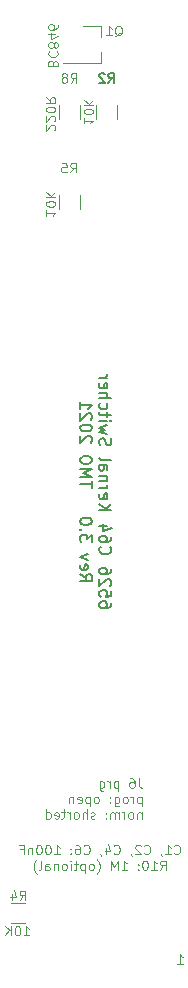
<source format=gbo>
G04 #@! TF.GenerationSoftware,KiCad,Pcbnew,(5.1.5-0-10_14)*
G04 #@! TF.CreationDate,2021-04-25T17:09:50+02:00*
G04 #@! TF.ProjectId,6526KernalSwitcher,36353236-4b65-4726-9e61-6c5377697463,3.0*
G04 #@! TF.SameCoordinates,Original*
G04 #@! TF.FileFunction,Legend,Bot*
G04 #@! TF.FilePolarity,Positive*
%FSLAX46Y46*%
G04 Gerber Fmt 4.6, Leading zero omitted, Abs format (unit mm)*
G04 Created by KiCad (PCBNEW (5.1.5-0-10_14)) date 2021-04-25 17:09:50*
%MOMM*%
%LPD*%
G04 APERTURE LIST*
%ADD10C,0.120000*%
%ADD11C,0.150000*%
%ADD12O,1.702000X1.702000*%
%ADD13R,1.702000X1.702000*%
%ADD14R,1.602000X1.402000*%
%ADD15R,2.002000X0.902000*%
%ADD16R,1.402000X1.602000*%
%ADD17O,1.802000X1.802000*%
%ADD18R,1.802000X1.802000*%
%ADD19C,1.702000*%
G04 APERTURE END LIST*
D10*
X111302952Y-100841904D02*
X111302952Y-101413333D01*
X111341047Y-101527619D01*
X111417238Y-101603809D01*
X111531523Y-101641904D01*
X111607714Y-101641904D01*
X110579142Y-100841904D02*
X110731523Y-100841904D01*
X110807714Y-100880000D01*
X110845809Y-100918095D01*
X110922000Y-101032380D01*
X110960095Y-101184761D01*
X110960095Y-101489523D01*
X110922000Y-101565714D01*
X110883904Y-101603809D01*
X110807714Y-101641904D01*
X110655333Y-101641904D01*
X110579142Y-101603809D01*
X110541047Y-101565714D01*
X110502952Y-101489523D01*
X110502952Y-101299047D01*
X110541047Y-101222857D01*
X110579142Y-101184761D01*
X110655333Y-101146666D01*
X110807714Y-101146666D01*
X110883904Y-101184761D01*
X110922000Y-101222857D01*
X110960095Y-101299047D01*
X109550571Y-101108571D02*
X109550571Y-101908571D01*
X109550571Y-101146666D02*
X109474380Y-101108571D01*
X109322000Y-101108571D01*
X109245809Y-101146666D01*
X109207714Y-101184761D01*
X109169619Y-101260952D01*
X109169619Y-101489523D01*
X109207714Y-101565714D01*
X109245809Y-101603809D01*
X109322000Y-101641904D01*
X109474380Y-101641904D01*
X109550571Y-101603809D01*
X108826761Y-101641904D02*
X108826761Y-101108571D01*
X108826761Y-101260952D02*
X108788666Y-101184761D01*
X108750571Y-101146666D01*
X108674380Y-101108571D01*
X108598190Y-101108571D01*
X107988666Y-101108571D02*
X107988666Y-101756190D01*
X108026761Y-101832380D01*
X108064857Y-101870476D01*
X108141047Y-101908571D01*
X108255333Y-101908571D01*
X108331523Y-101870476D01*
X107988666Y-101603809D02*
X108064857Y-101641904D01*
X108217238Y-101641904D01*
X108293428Y-101603809D01*
X108331523Y-101565714D01*
X108369619Y-101489523D01*
X108369619Y-101260952D01*
X108331523Y-101184761D01*
X108293428Y-101146666D01*
X108217238Y-101108571D01*
X108064857Y-101108571D01*
X107988666Y-101146666D01*
X111531523Y-102428571D02*
X111531523Y-103228571D01*
X111531523Y-102466666D02*
X111455333Y-102428571D01*
X111302952Y-102428571D01*
X111226761Y-102466666D01*
X111188666Y-102504761D01*
X111150571Y-102580952D01*
X111150571Y-102809523D01*
X111188666Y-102885714D01*
X111226761Y-102923809D01*
X111302952Y-102961904D01*
X111455333Y-102961904D01*
X111531523Y-102923809D01*
X110807714Y-102961904D02*
X110807714Y-102428571D01*
X110807714Y-102580952D02*
X110769619Y-102504761D01*
X110731523Y-102466666D01*
X110655333Y-102428571D01*
X110579142Y-102428571D01*
X110198190Y-102961904D02*
X110274380Y-102923809D01*
X110312476Y-102885714D01*
X110350571Y-102809523D01*
X110350571Y-102580952D01*
X110312476Y-102504761D01*
X110274380Y-102466666D01*
X110198190Y-102428571D01*
X110083904Y-102428571D01*
X110007714Y-102466666D01*
X109969619Y-102504761D01*
X109931523Y-102580952D01*
X109931523Y-102809523D01*
X109969619Y-102885714D01*
X110007714Y-102923809D01*
X110083904Y-102961904D01*
X110198190Y-102961904D01*
X109245809Y-102428571D02*
X109245809Y-103076190D01*
X109283904Y-103152380D01*
X109322000Y-103190476D01*
X109398190Y-103228571D01*
X109512476Y-103228571D01*
X109588666Y-103190476D01*
X109245809Y-102923809D02*
X109322000Y-102961904D01*
X109474380Y-102961904D01*
X109550571Y-102923809D01*
X109588666Y-102885714D01*
X109626761Y-102809523D01*
X109626761Y-102580952D01*
X109588666Y-102504761D01*
X109550571Y-102466666D01*
X109474380Y-102428571D01*
X109322000Y-102428571D01*
X109245809Y-102466666D01*
X108864857Y-102885714D02*
X108826761Y-102923809D01*
X108864857Y-102961904D01*
X108902952Y-102923809D01*
X108864857Y-102885714D01*
X108864857Y-102961904D01*
X108864857Y-102466666D02*
X108826761Y-102504761D01*
X108864857Y-102542857D01*
X108902952Y-102504761D01*
X108864857Y-102466666D01*
X108864857Y-102542857D01*
X107760095Y-102961904D02*
X107836285Y-102923809D01*
X107874380Y-102885714D01*
X107912476Y-102809523D01*
X107912476Y-102580952D01*
X107874380Y-102504761D01*
X107836285Y-102466666D01*
X107760095Y-102428571D01*
X107645809Y-102428571D01*
X107569619Y-102466666D01*
X107531523Y-102504761D01*
X107493428Y-102580952D01*
X107493428Y-102809523D01*
X107531523Y-102885714D01*
X107569619Y-102923809D01*
X107645809Y-102961904D01*
X107760095Y-102961904D01*
X107150571Y-102428571D02*
X107150571Y-103228571D01*
X107150571Y-102466666D02*
X107074380Y-102428571D01*
X106922000Y-102428571D01*
X106845809Y-102466666D01*
X106807714Y-102504761D01*
X106769619Y-102580952D01*
X106769619Y-102809523D01*
X106807714Y-102885714D01*
X106845809Y-102923809D01*
X106922000Y-102961904D01*
X107074380Y-102961904D01*
X107150571Y-102923809D01*
X106122000Y-102923809D02*
X106198190Y-102961904D01*
X106350571Y-102961904D01*
X106426761Y-102923809D01*
X106464857Y-102847619D01*
X106464857Y-102542857D01*
X106426761Y-102466666D01*
X106350571Y-102428571D01*
X106198190Y-102428571D01*
X106122000Y-102466666D01*
X106083904Y-102542857D01*
X106083904Y-102619047D01*
X106464857Y-102695238D01*
X105741047Y-102428571D02*
X105741047Y-102961904D01*
X105741047Y-102504761D02*
X105702952Y-102466666D01*
X105626761Y-102428571D01*
X105512476Y-102428571D01*
X105436285Y-102466666D01*
X105398190Y-102542857D01*
X105398190Y-102961904D01*
X111531523Y-103748571D02*
X111531523Y-104281904D01*
X111531523Y-103824761D02*
X111493428Y-103786666D01*
X111417238Y-103748571D01*
X111302952Y-103748571D01*
X111226761Y-103786666D01*
X111188666Y-103862857D01*
X111188666Y-104281904D01*
X110693428Y-104281904D02*
X110769619Y-104243809D01*
X110807714Y-104205714D01*
X110845809Y-104129523D01*
X110845809Y-103900952D01*
X110807714Y-103824761D01*
X110769619Y-103786666D01*
X110693428Y-103748571D01*
X110579142Y-103748571D01*
X110502952Y-103786666D01*
X110464857Y-103824761D01*
X110426761Y-103900952D01*
X110426761Y-104129523D01*
X110464857Y-104205714D01*
X110502952Y-104243809D01*
X110579142Y-104281904D01*
X110693428Y-104281904D01*
X110083904Y-104281904D02*
X110083904Y-103748571D01*
X110083904Y-103900952D02*
X110045809Y-103824761D01*
X110007714Y-103786666D01*
X109931523Y-103748571D01*
X109855333Y-103748571D01*
X109588666Y-104281904D02*
X109588666Y-103748571D01*
X109588666Y-103824761D02*
X109550571Y-103786666D01*
X109474380Y-103748571D01*
X109360095Y-103748571D01*
X109283904Y-103786666D01*
X109245809Y-103862857D01*
X109245809Y-104281904D01*
X109245809Y-103862857D02*
X109207714Y-103786666D01*
X109131523Y-103748571D01*
X109017238Y-103748571D01*
X108941047Y-103786666D01*
X108902952Y-103862857D01*
X108902952Y-104281904D01*
X108522000Y-104205714D02*
X108483904Y-104243809D01*
X108522000Y-104281904D01*
X108560095Y-104243809D01*
X108522000Y-104205714D01*
X108522000Y-104281904D01*
X108522000Y-103786666D02*
X108483904Y-103824761D01*
X108522000Y-103862857D01*
X108560095Y-103824761D01*
X108522000Y-103786666D01*
X108522000Y-103862857D01*
X107569619Y-104243809D02*
X107493428Y-104281904D01*
X107341047Y-104281904D01*
X107264857Y-104243809D01*
X107226761Y-104167619D01*
X107226761Y-104129523D01*
X107264857Y-104053333D01*
X107341047Y-104015238D01*
X107455333Y-104015238D01*
X107531523Y-103977142D01*
X107569619Y-103900952D01*
X107569619Y-103862857D01*
X107531523Y-103786666D01*
X107455333Y-103748571D01*
X107341047Y-103748571D01*
X107264857Y-103786666D01*
X106883904Y-104281904D02*
X106883904Y-103481904D01*
X106541047Y-104281904D02*
X106541047Y-103862857D01*
X106579142Y-103786666D01*
X106655333Y-103748571D01*
X106769619Y-103748571D01*
X106845809Y-103786666D01*
X106883904Y-103824761D01*
X106045809Y-104281904D02*
X106122000Y-104243809D01*
X106160095Y-104205714D01*
X106198190Y-104129523D01*
X106198190Y-103900952D01*
X106160095Y-103824761D01*
X106122000Y-103786666D01*
X106045809Y-103748571D01*
X105931523Y-103748571D01*
X105855333Y-103786666D01*
X105817238Y-103824761D01*
X105779142Y-103900952D01*
X105779142Y-104129523D01*
X105817238Y-104205714D01*
X105855333Y-104243809D01*
X105931523Y-104281904D01*
X106045809Y-104281904D01*
X105436285Y-104281904D02*
X105436285Y-103748571D01*
X105436285Y-103900952D02*
X105398190Y-103824761D01*
X105360095Y-103786666D01*
X105283904Y-103748571D01*
X105207714Y-103748571D01*
X105055333Y-103748571D02*
X104750571Y-103748571D01*
X104941047Y-103481904D02*
X104941047Y-104167619D01*
X104902952Y-104243809D01*
X104826761Y-104281904D01*
X104750571Y-104281904D01*
X104179142Y-104243809D02*
X104255333Y-104281904D01*
X104407714Y-104281904D01*
X104483904Y-104243809D01*
X104522000Y-104167619D01*
X104522000Y-103862857D01*
X104483904Y-103786666D01*
X104407714Y-103748571D01*
X104255333Y-103748571D01*
X104179142Y-103786666D01*
X104141047Y-103862857D01*
X104141047Y-103939047D01*
X104522000Y-104015238D01*
X103455333Y-104281904D02*
X103455333Y-103481904D01*
X103455333Y-104243809D02*
X103531523Y-104281904D01*
X103683904Y-104281904D01*
X103760095Y-104243809D01*
X103798190Y-104205714D01*
X103836285Y-104129523D01*
X103836285Y-103900952D01*
X103798190Y-103824761D01*
X103760095Y-103786666D01*
X103683904Y-103748571D01*
X103531523Y-103748571D01*
X103455333Y-103786666D01*
X114571428Y-116561904D02*
X115028571Y-116561904D01*
X114800000Y-116561904D02*
X114800000Y-115761904D01*
X114876190Y-115876190D01*
X114952380Y-115952380D01*
X115028571Y-115990476D01*
X114304761Y-107225714D02*
X114342857Y-107263809D01*
X114457142Y-107301904D01*
X114533333Y-107301904D01*
X114647619Y-107263809D01*
X114723809Y-107187619D01*
X114761904Y-107111428D01*
X114800000Y-106959047D01*
X114800000Y-106844761D01*
X114761904Y-106692380D01*
X114723809Y-106616190D01*
X114647619Y-106540000D01*
X114533333Y-106501904D01*
X114457142Y-106501904D01*
X114342857Y-106540000D01*
X114304761Y-106578095D01*
X113542857Y-107301904D02*
X114000000Y-107301904D01*
X113771428Y-107301904D02*
X113771428Y-106501904D01*
X113847619Y-106616190D01*
X113923809Y-106692380D01*
X114000000Y-106730476D01*
X113161904Y-107263809D02*
X113161904Y-107301904D01*
X113200000Y-107378095D01*
X113238095Y-107416190D01*
X111752380Y-107225714D02*
X111790476Y-107263809D01*
X111904761Y-107301904D01*
X111980952Y-107301904D01*
X112095238Y-107263809D01*
X112171428Y-107187619D01*
X112209523Y-107111428D01*
X112247619Y-106959047D01*
X112247619Y-106844761D01*
X112209523Y-106692380D01*
X112171428Y-106616190D01*
X112095238Y-106540000D01*
X111980952Y-106501904D01*
X111904761Y-106501904D01*
X111790476Y-106540000D01*
X111752380Y-106578095D01*
X111447619Y-106578095D02*
X111409523Y-106540000D01*
X111333333Y-106501904D01*
X111142857Y-106501904D01*
X111066666Y-106540000D01*
X111028571Y-106578095D01*
X110990476Y-106654285D01*
X110990476Y-106730476D01*
X111028571Y-106844761D01*
X111485714Y-107301904D01*
X110990476Y-107301904D01*
X110609523Y-107263809D02*
X110609523Y-107301904D01*
X110647619Y-107378095D01*
X110685714Y-107416190D01*
X109200000Y-107225714D02*
X109238095Y-107263809D01*
X109352380Y-107301904D01*
X109428571Y-107301904D01*
X109542857Y-107263809D01*
X109619047Y-107187619D01*
X109657142Y-107111428D01*
X109695238Y-106959047D01*
X109695238Y-106844761D01*
X109657142Y-106692380D01*
X109619047Y-106616190D01*
X109542857Y-106540000D01*
X109428571Y-106501904D01*
X109352380Y-106501904D01*
X109238095Y-106540000D01*
X109200000Y-106578095D01*
X108514285Y-106768571D02*
X108514285Y-107301904D01*
X108704761Y-106463809D02*
X108895238Y-107035238D01*
X108400000Y-107035238D01*
X108057142Y-107263809D02*
X108057142Y-107301904D01*
X108095238Y-107378095D01*
X108133333Y-107416190D01*
X106647619Y-107225714D02*
X106685714Y-107263809D01*
X106800000Y-107301904D01*
X106876190Y-107301904D01*
X106990476Y-107263809D01*
X107066666Y-107187619D01*
X107104761Y-107111428D01*
X107142857Y-106959047D01*
X107142857Y-106844761D01*
X107104761Y-106692380D01*
X107066666Y-106616190D01*
X106990476Y-106540000D01*
X106876190Y-106501904D01*
X106800000Y-106501904D01*
X106685714Y-106540000D01*
X106647619Y-106578095D01*
X105961904Y-106501904D02*
X106114285Y-106501904D01*
X106190476Y-106540000D01*
X106228571Y-106578095D01*
X106304761Y-106692380D01*
X106342857Y-106844761D01*
X106342857Y-107149523D01*
X106304761Y-107225714D01*
X106266666Y-107263809D01*
X106190476Y-107301904D01*
X106038095Y-107301904D01*
X105961904Y-107263809D01*
X105923809Y-107225714D01*
X105885714Y-107149523D01*
X105885714Y-106959047D01*
X105923809Y-106882857D01*
X105961904Y-106844761D01*
X106038095Y-106806666D01*
X106190476Y-106806666D01*
X106266666Y-106844761D01*
X106304761Y-106882857D01*
X106342857Y-106959047D01*
X105542857Y-107225714D02*
X105504761Y-107263809D01*
X105542857Y-107301904D01*
X105580952Y-107263809D01*
X105542857Y-107225714D01*
X105542857Y-107301904D01*
X105542857Y-106806666D02*
X105504761Y-106844761D01*
X105542857Y-106882857D01*
X105580952Y-106844761D01*
X105542857Y-106806666D01*
X105542857Y-106882857D01*
X104133333Y-107301904D02*
X104590476Y-107301904D01*
X104361904Y-107301904D02*
X104361904Y-106501904D01*
X104438095Y-106616190D01*
X104514285Y-106692380D01*
X104590476Y-106730476D01*
X103638095Y-106501904D02*
X103561904Y-106501904D01*
X103485714Y-106540000D01*
X103447619Y-106578095D01*
X103409523Y-106654285D01*
X103371428Y-106806666D01*
X103371428Y-106997142D01*
X103409523Y-107149523D01*
X103447619Y-107225714D01*
X103485714Y-107263809D01*
X103561904Y-107301904D01*
X103638095Y-107301904D01*
X103714285Y-107263809D01*
X103752380Y-107225714D01*
X103790476Y-107149523D01*
X103828571Y-106997142D01*
X103828571Y-106806666D01*
X103790476Y-106654285D01*
X103752380Y-106578095D01*
X103714285Y-106540000D01*
X103638095Y-106501904D01*
X102876190Y-106501904D02*
X102800000Y-106501904D01*
X102723809Y-106540000D01*
X102685714Y-106578095D01*
X102647619Y-106654285D01*
X102609523Y-106806666D01*
X102609523Y-106997142D01*
X102647619Y-107149523D01*
X102685714Y-107225714D01*
X102723809Y-107263809D01*
X102800000Y-107301904D01*
X102876190Y-107301904D01*
X102952380Y-107263809D01*
X102990476Y-107225714D01*
X103028571Y-107149523D01*
X103066666Y-106997142D01*
X103066666Y-106806666D01*
X103028571Y-106654285D01*
X102990476Y-106578095D01*
X102952380Y-106540000D01*
X102876190Y-106501904D01*
X102266666Y-106768571D02*
X102266666Y-107301904D01*
X102266666Y-106844761D02*
X102228571Y-106806666D01*
X102152380Y-106768571D01*
X102038095Y-106768571D01*
X101961904Y-106806666D01*
X101923809Y-106882857D01*
X101923809Y-107301904D01*
X101276190Y-106882857D02*
X101542857Y-106882857D01*
X101542857Y-107301904D02*
X101542857Y-106501904D01*
X101161904Y-106501904D01*
X113123809Y-108621904D02*
X113390476Y-108240952D01*
X113580952Y-108621904D02*
X113580952Y-107821904D01*
X113276190Y-107821904D01*
X113200000Y-107860000D01*
X113161904Y-107898095D01*
X113123809Y-107974285D01*
X113123809Y-108088571D01*
X113161904Y-108164761D01*
X113200000Y-108202857D01*
X113276190Y-108240952D01*
X113580952Y-108240952D01*
X112361904Y-108621904D02*
X112819047Y-108621904D01*
X112590476Y-108621904D02*
X112590476Y-107821904D01*
X112666666Y-107936190D01*
X112742857Y-108012380D01*
X112819047Y-108050476D01*
X111866666Y-107821904D02*
X111790476Y-107821904D01*
X111714285Y-107860000D01*
X111676190Y-107898095D01*
X111638095Y-107974285D01*
X111600000Y-108126666D01*
X111600000Y-108317142D01*
X111638095Y-108469523D01*
X111676190Y-108545714D01*
X111714285Y-108583809D01*
X111790476Y-108621904D01*
X111866666Y-108621904D01*
X111942857Y-108583809D01*
X111980952Y-108545714D01*
X112019047Y-108469523D01*
X112057142Y-108317142D01*
X112057142Y-108126666D01*
X112019047Y-107974285D01*
X111980952Y-107898095D01*
X111942857Y-107860000D01*
X111866666Y-107821904D01*
X111257142Y-108545714D02*
X111219047Y-108583809D01*
X111257142Y-108621904D01*
X111295238Y-108583809D01*
X111257142Y-108545714D01*
X111257142Y-108621904D01*
X111257142Y-108126666D02*
X111219047Y-108164761D01*
X111257142Y-108202857D01*
X111295238Y-108164761D01*
X111257142Y-108126666D01*
X111257142Y-108202857D01*
X109847619Y-108621904D02*
X110304761Y-108621904D01*
X110076190Y-108621904D02*
X110076190Y-107821904D01*
X110152380Y-107936190D01*
X110228571Y-108012380D01*
X110304761Y-108050476D01*
X109504761Y-108621904D02*
X109504761Y-107821904D01*
X109238095Y-108393333D01*
X108971428Y-107821904D01*
X108971428Y-108621904D01*
X107752380Y-108926666D02*
X107790476Y-108888571D01*
X107866666Y-108774285D01*
X107904761Y-108698095D01*
X107942857Y-108583809D01*
X107980952Y-108393333D01*
X107980952Y-108240952D01*
X107942857Y-108050476D01*
X107904761Y-107936190D01*
X107866666Y-107860000D01*
X107790476Y-107745714D01*
X107752380Y-107707619D01*
X107333333Y-108621904D02*
X107409523Y-108583809D01*
X107447619Y-108545714D01*
X107485714Y-108469523D01*
X107485714Y-108240952D01*
X107447619Y-108164761D01*
X107409523Y-108126666D01*
X107333333Y-108088571D01*
X107219047Y-108088571D01*
X107142857Y-108126666D01*
X107104761Y-108164761D01*
X107066666Y-108240952D01*
X107066666Y-108469523D01*
X107104761Y-108545714D01*
X107142857Y-108583809D01*
X107219047Y-108621904D01*
X107333333Y-108621904D01*
X106723809Y-108088571D02*
X106723809Y-108888571D01*
X106723809Y-108126666D02*
X106647619Y-108088571D01*
X106495238Y-108088571D01*
X106419047Y-108126666D01*
X106380952Y-108164761D01*
X106342857Y-108240952D01*
X106342857Y-108469523D01*
X106380952Y-108545714D01*
X106419047Y-108583809D01*
X106495238Y-108621904D01*
X106647619Y-108621904D01*
X106723809Y-108583809D01*
X106114285Y-108088571D02*
X105809523Y-108088571D01*
X106000000Y-107821904D02*
X106000000Y-108507619D01*
X105961904Y-108583809D01*
X105885714Y-108621904D01*
X105809523Y-108621904D01*
X105542857Y-108621904D02*
X105542857Y-108088571D01*
X105542857Y-107821904D02*
X105580952Y-107860000D01*
X105542857Y-107898095D01*
X105504761Y-107860000D01*
X105542857Y-107821904D01*
X105542857Y-107898095D01*
X105047619Y-108621904D02*
X105123809Y-108583809D01*
X105161904Y-108545714D01*
X105200000Y-108469523D01*
X105200000Y-108240952D01*
X105161904Y-108164761D01*
X105123809Y-108126666D01*
X105047619Y-108088571D01*
X104933333Y-108088571D01*
X104857142Y-108126666D01*
X104819047Y-108164761D01*
X104780952Y-108240952D01*
X104780952Y-108469523D01*
X104819047Y-108545714D01*
X104857142Y-108583809D01*
X104933333Y-108621904D01*
X105047619Y-108621904D01*
X104438095Y-108088571D02*
X104438095Y-108621904D01*
X104438095Y-108164761D02*
X104400000Y-108126666D01*
X104323809Y-108088571D01*
X104209523Y-108088571D01*
X104133333Y-108126666D01*
X104095238Y-108202857D01*
X104095238Y-108621904D01*
X103371428Y-108621904D02*
X103371428Y-108202857D01*
X103409523Y-108126666D01*
X103485714Y-108088571D01*
X103638095Y-108088571D01*
X103714285Y-108126666D01*
X103371428Y-108583809D02*
X103447619Y-108621904D01*
X103638095Y-108621904D01*
X103714285Y-108583809D01*
X103752380Y-108507619D01*
X103752380Y-108431428D01*
X103714285Y-108355238D01*
X103638095Y-108317142D01*
X103447619Y-108317142D01*
X103371428Y-108279047D01*
X102876190Y-108621904D02*
X102952380Y-108583809D01*
X102990476Y-108507619D01*
X102990476Y-107821904D01*
X102647619Y-108926666D02*
X102609523Y-108888571D01*
X102533333Y-108774285D01*
X102495238Y-108698095D01*
X102457142Y-108583809D01*
X102419047Y-108393333D01*
X102419047Y-108240952D01*
X102457142Y-108050476D01*
X102495238Y-107936190D01*
X102533333Y-107860000D01*
X102609523Y-107745714D01*
X102647619Y-107707619D01*
D11*
X108972619Y-85980952D02*
X108972619Y-86171428D01*
X108925000Y-86266666D01*
X108877380Y-86314285D01*
X108734523Y-86409523D01*
X108544047Y-86457142D01*
X108163095Y-86457142D01*
X108067857Y-86409523D01*
X108020238Y-86361904D01*
X107972619Y-86266666D01*
X107972619Y-86076190D01*
X108020238Y-85980952D01*
X108067857Y-85933333D01*
X108163095Y-85885714D01*
X108401190Y-85885714D01*
X108496428Y-85933333D01*
X108544047Y-85980952D01*
X108591666Y-86076190D01*
X108591666Y-86266666D01*
X108544047Y-86361904D01*
X108496428Y-86409523D01*
X108401190Y-86457142D01*
X108972619Y-84980952D02*
X108972619Y-85457142D01*
X108496428Y-85504761D01*
X108544047Y-85457142D01*
X108591666Y-85361904D01*
X108591666Y-85123809D01*
X108544047Y-85028571D01*
X108496428Y-84980952D01*
X108401190Y-84933333D01*
X108163095Y-84933333D01*
X108067857Y-84980952D01*
X108020238Y-85028571D01*
X107972619Y-85123809D01*
X107972619Y-85361904D01*
X108020238Y-85457142D01*
X108067857Y-85504761D01*
X108877380Y-84552380D02*
X108925000Y-84504761D01*
X108972619Y-84409523D01*
X108972619Y-84171428D01*
X108925000Y-84076190D01*
X108877380Y-84028571D01*
X108782142Y-83980952D01*
X108686904Y-83980952D01*
X108544047Y-84028571D01*
X107972619Y-84600000D01*
X107972619Y-83980952D01*
X108972619Y-83123809D02*
X108972619Y-83314285D01*
X108925000Y-83409523D01*
X108877380Y-83457142D01*
X108734523Y-83552380D01*
X108544047Y-83600000D01*
X108163095Y-83600000D01*
X108067857Y-83552380D01*
X108020238Y-83504761D01*
X107972619Y-83409523D01*
X107972619Y-83219047D01*
X108020238Y-83123809D01*
X108067857Y-83076190D01*
X108163095Y-83028571D01*
X108401190Y-83028571D01*
X108496428Y-83076190D01*
X108544047Y-83123809D01*
X108591666Y-83219047D01*
X108591666Y-83409523D01*
X108544047Y-83504761D01*
X108496428Y-83552380D01*
X108401190Y-83600000D01*
X108067857Y-81266666D02*
X108020238Y-81314285D01*
X107972619Y-81457142D01*
X107972619Y-81552380D01*
X108020238Y-81695238D01*
X108115476Y-81790476D01*
X108210714Y-81838095D01*
X108401190Y-81885714D01*
X108544047Y-81885714D01*
X108734523Y-81838095D01*
X108829761Y-81790476D01*
X108925000Y-81695238D01*
X108972619Y-81552380D01*
X108972619Y-81457142D01*
X108925000Y-81314285D01*
X108877380Y-81266666D01*
X108972619Y-80409523D02*
X108972619Y-80600000D01*
X108925000Y-80695238D01*
X108877380Y-80742857D01*
X108734523Y-80838095D01*
X108544047Y-80885714D01*
X108163095Y-80885714D01*
X108067857Y-80838095D01*
X108020238Y-80790476D01*
X107972619Y-80695238D01*
X107972619Y-80504761D01*
X108020238Y-80409523D01*
X108067857Y-80361904D01*
X108163095Y-80314285D01*
X108401190Y-80314285D01*
X108496428Y-80361904D01*
X108544047Y-80409523D01*
X108591666Y-80504761D01*
X108591666Y-80695238D01*
X108544047Y-80790476D01*
X108496428Y-80838095D01*
X108401190Y-80885714D01*
X108639285Y-79457142D02*
X107972619Y-79457142D01*
X109020238Y-79695238D02*
X108305952Y-79933333D01*
X108305952Y-79314285D01*
X107972619Y-78171428D02*
X108972619Y-78171428D01*
X107972619Y-77600000D02*
X108544047Y-78028571D01*
X108972619Y-77600000D02*
X108401190Y-78171428D01*
X108020238Y-76790476D02*
X107972619Y-76885714D01*
X107972619Y-77076190D01*
X108020238Y-77171428D01*
X108115476Y-77219047D01*
X108496428Y-77219047D01*
X108591666Y-77171428D01*
X108639285Y-77076190D01*
X108639285Y-76885714D01*
X108591666Y-76790476D01*
X108496428Y-76742857D01*
X108401190Y-76742857D01*
X108305952Y-77219047D01*
X107972619Y-76314285D02*
X108639285Y-76314285D01*
X108448809Y-76314285D02*
X108544047Y-76266666D01*
X108591666Y-76219047D01*
X108639285Y-76123809D01*
X108639285Y-76028571D01*
X108639285Y-75695238D02*
X107972619Y-75695238D01*
X108544047Y-75695238D02*
X108591666Y-75647619D01*
X108639285Y-75552380D01*
X108639285Y-75409523D01*
X108591666Y-75314285D01*
X108496428Y-75266666D01*
X107972619Y-75266666D01*
X107972619Y-74361904D02*
X108496428Y-74361904D01*
X108591666Y-74409523D01*
X108639285Y-74504761D01*
X108639285Y-74695238D01*
X108591666Y-74790476D01*
X108020238Y-74361904D02*
X107972619Y-74457142D01*
X107972619Y-74695238D01*
X108020238Y-74790476D01*
X108115476Y-74838095D01*
X108210714Y-74838095D01*
X108305952Y-74790476D01*
X108353571Y-74695238D01*
X108353571Y-74457142D01*
X108401190Y-74361904D01*
X107972619Y-73742857D02*
X108020238Y-73838095D01*
X108115476Y-73885714D01*
X108972619Y-73885714D01*
X108020238Y-72647619D02*
X107972619Y-72504761D01*
X107972619Y-72266666D01*
X108020238Y-72171428D01*
X108067857Y-72123809D01*
X108163095Y-72076190D01*
X108258333Y-72076190D01*
X108353571Y-72123809D01*
X108401190Y-72171428D01*
X108448809Y-72266666D01*
X108496428Y-72457142D01*
X108544047Y-72552380D01*
X108591666Y-72600000D01*
X108686904Y-72647619D01*
X108782142Y-72647619D01*
X108877380Y-72600000D01*
X108925000Y-72552380D01*
X108972619Y-72457142D01*
X108972619Y-72219047D01*
X108925000Y-72076190D01*
X108639285Y-71742857D02*
X107972619Y-71552380D01*
X108448809Y-71361904D01*
X107972619Y-71171428D01*
X108639285Y-70980952D01*
X107972619Y-70600000D02*
X108639285Y-70600000D01*
X108972619Y-70600000D02*
X108925000Y-70647619D01*
X108877380Y-70600000D01*
X108925000Y-70552380D01*
X108972619Y-70600000D01*
X108877380Y-70600000D01*
X108639285Y-70266666D02*
X108639285Y-69885714D01*
X108972619Y-70123809D02*
X108115476Y-70123809D01*
X108020238Y-70076190D01*
X107972619Y-69980952D01*
X107972619Y-69885714D01*
X108020238Y-69123809D02*
X107972619Y-69219047D01*
X107972619Y-69409523D01*
X108020238Y-69504761D01*
X108067857Y-69552380D01*
X108163095Y-69600000D01*
X108448809Y-69600000D01*
X108544047Y-69552380D01*
X108591666Y-69504761D01*
X108639285Y-69409523D01*
X108639285Y-69219047D01*
X108591666Y-69123809D01*
X107972619Y-68695238D02*
X108972619Y-68695238D01*
X107972619Y-68266666D02*
X108496428Y-68266666D01*
X108591666Y-68314285D01*
X108639285Y-68409523D01*
X108639285Y-68552380D01*
X108591666Y-68647619D01*
X108544047Y-68695238D01*
X108020238Y-67409523D02*
X107972619Y-67504761D01*
X107972619Y-67695238D01*
X108020238Y-67790476D01*
X108115476Y-67838095D01*
X108496428Y-67838095D01*
X108591666Y-67790476D01*
X108639285Y-67695238D01*
X108639285Y-67504761D01*
X108591666Y-67409523D01*
X108496428Y-67361904D01*
X108401190Y-67361904D01*
X108305952Y-67838095D01*
X107972619Y-66933333D02*
X108639285Y-66933333D01*
X108448809Y-66933333D02*
X108544047Y-66885714D01*
X108591666Y-66838095D01*
X108639285Y-66742857D01*
X108639285Y-66647619D01*
X106322619Y-83576190D02*
X106798809Y-83909523D01*
X106322619Y-84147619D02*
X107322619Y-84147619D01*
X107322619Y-83766666D01*
X107275000Y-83671428D01*
X107227380Y-83623809D01*
X107132142Y-83576190D01*
X106989285Y-83576190D01*
X106894047Y-83623809D01*
X106846428Y-83671428D01*
X106798809Y-83766666D01*
X106798809Y-84147619D01*
X106370238Y-82766666D02*
X106322619Y-82861904D01*
X106322619Y-83052380D01*
X106370238Y-83147619D01*
X106465476Y-83195238D01*
X106846428Y-83195238D01*
X106941666Y-83147619D01*
X106989285Y-83052380D01*
X106989285Y-82861904D01*
X106941666Y-82766666D01*
X106846428Y-82719047D01*
X106751190Y-82719047D01*
X106655952Y-83195238D01*
X106989285Y-82385714D02*
X106322619Y-82147619D01*
X106989285Y-81909523D01*
X107322619Y-80861904D02*
X107322619Y-80242857D01*
X106941666Y-80576190D01*
X106941666Y-80433333D01*
X106894047Y-80338095D01*
X106846428Y-80290476D01*
X106751190Y-80242857D01*
X106513095Y-80242857D01*
X106417857Y-80290476D01*
X106370238Y-80338095D01*
X106322619Y-80433333D01*
X106322619Y-80719047D01*
X106370238Y-80814285D01*
X106417857Y-80861904D01*
X106417857Y-79814285D02*
X106370238Y-79766666D01*
X106322619Y-79814285D01*
X106370238Y-79861904D01*
X106417857Y-79814285D01*
X106322619Y-79814285D01*
X107322619Y-79147619D02*
X107322619Y-79052380D01*
X107275000Y-78957142D01*
X107227380Y-78909523D01*
X107132142Y-78861904D01*
X106941666Y-78814285D01*
X106703571Y-78814285D01*
X106513095Y-78861904D01*
X106417857Y-78909523D01*
X106370238Y-78957142D01*
X106322619Y-79052380D01*
X106322619Y-79147619D01*
X106370238Y-79242857D01*
X106417857Y-79290476D01*
X106513095Y-79338095D01*
X106703571Y-79385714D01*
X106941666Y-79385714D01*
X107132142Y-79338095D01*
X107227380Y-79290476D01*
X107275000Y-79242857D01*
X107322619Y-79147619D01*
X107322619Y-76242857D02*
X107322619Y-75671428D01*
X106322619Y-75957142D02*
X107322619Y-75957142D01*
X106322619Y-75338095D02*
X107322619Y-75338095D01*
X106608333Y-75004761D01*
X107322619Y-74671428D01*
X106322619Y-74671428D01*
X107322619Y-74004761D02*
X107322619Y-73814285D01*
X107275000Y-73719047D01*
X107179761Y-73623809D01*
X106989285Y-73576190D01*
X106655952Y-73576190D01*
X106465476Y-73623809D01*
X106370238Y-73719047D01*
X106322619Y-73814285D01*
X106322619Y-74004761D01*
X106370238Y-74100000D01*
X106465476Y-74195238D01*
X106655952Y-74242857D01*
X106989285Y-74242857D01*
X107179761Y-74195238D01*
X107275000Y-74100000D01*
X107322619Y-74004761D01*
X107227380Y-72433333D02*
X107275000Y-72385714D01*
X107322619Y-72290476D01*
X107322619Y-72052380D01*
X107275000Y-71957142D01*
X107227380Y-71909523D01*
X107132142Y-71861904D01*
X107036904Y-71861904D01*
X106894047Y-71909523D01*
X106322619Y-72480952D01*
X106322619Y-71861904D01*
X107322619Y-71242857D02*
X107322619Y-71147619D01*
X107275000Y-71052380D01*
X107227380Y-71004761D01*
X107132142Y-70957142D01*
X106941666Y-70909523D01*
X106703571Y-70909523D01*
X106513095Y-70957142D01*
X106417857Y-71004761D01*
X106370238Y-71052380D01*
X106322619Y-71147619D01*
X106322619Y-71242857D01*
X106370238Y-71338095D01*
X106417857Y-71385714D01*
X106513095Y-71433333D01*
X106703571Y-71480952D01*
X106941666Y-71480952D01*
X107132142Y-71433333D01*
X107227380Y-71385714D01*
X107275000Y-71338095D01*
X107322619Y-71242857D01*
X107227380Y-70528571D02*
X107275000Y-70480952D01*
X107322619Y-70385714D01*
X107322619Y-70147619D01*
X107275000Y-70052380D01*
X107227380Y-70004761D01*
X107132142Y-69957142D01*
X107036904Y-69957142D01*
X106894047Y-70004761D01*
X106322619Y-70576190D01*
X106322619Y-69957142D01*
X106322619Y-69004761D02*
X106322619Y-69576190D01*
X106322619Y-69290476D02*
X107322619Y-69290476D01*
X107179761Y-69385714D01*
X107084523Y-69480952D01*
X107036904Y-69576190D01*
D10*
X100492000Y-113148000D02*
X101692000Y-113148000D01*
X101692000Y-111388000D02*
X100492000Y-111388000D01*
X108075000Y-37155000D02*
X106615000Y-37155000D01*
X108075000Y-40315000D02*
X104915000Y-40315000D01*
X108075000Y-40315000D02*
X108075000Y-39385000D01*
X108075000Y-37155000D02*
X108075000Y-38085000D01*
X109465000Y-45050000D02*
X109465000Y-43850000D01*
X107705000Y-43850000D02*
X107705000Y-45050000D01*
X106290000Y-52670000D02*
X106290000Y-51470000D01*
X104530000Y-51470000D02*
X104530000Y-52670000D01*
X104530000Y-43850000D02*
X104530000Y-45050000D01*
X106290000Y-45050000D02*
X106290000Y-43850000D01*
X101225333Y-111161904D02*
X101492000Y-110780952D01*
X101682476Y-111161904D02*
X101682476Y-110361904D01*
X101377714Y-110361904D01*
X101301523Y-110400000D01*
X101263428Y-110438095D01*
X101225333Y-110514285D01*
X101225333Y-110628571D01*
X101263428Y-110704761D01*
X101301523Y-110742857D01*
X101377714Y-110780952D01*
X101682476Y-110780952D01*
X100539619Y-110628571D02*
X100539619Y-111161904D01*
X100730095Y-110323809D02*
X100920571Y-110895238D01*
X100425333Y-110895238D01*
X101552380Y-114161904D02*
X102009523Y-114161904D01*
X101780952Y-114161904D02*
X101780952Y-113361904D01*
X101857142Y-113476190D01*
X101933333Y-113552380D01*
X102009523Y-113590476D01*
X101057142Y-113361904D02*
X100980952Y-113361904D01*
X100904761Y-113400000D01*
X100866666Y-113438095D01*
X100828571Y-113514285D01*
X100790476Y-113666666D01*
X100790476Y-113857142D01*
X100828571Y-114009523D01*
X100866666Y-114085714D01*
X100904761Y-114123809D01*
X100980952Y-114161904D01*
X101057142Y-114161904D01*
X101133333Y-114123809D01*
X101171428Y-114085714D01*
X101209523Y-114009523D01*
X101247619Y-113857142D01*
X101247619Y-113666666D01*
X101209523Y-113514285D01*
X101171428Y-113438095D01*
X101133333Y-113400000D01*
X101057142Y-113361904D01*
X100447619Y-114161904D02*
X100447619Y-113361904D01*
X99990476Y-114161904D02*
X100333333Y-113704761D01*
X99990476Y-113361904D02*
X100447619Y-113819047D01*
X109276190Y-38038095D02*
X109352380Y-38000000D01*
X109428571Y-37923809D01*
X109542857Y-37809523D01*
X109619047Y-37771428D01*
X109695238Y-37771428D01*
X109657142Y-37961904D02*
X109733333Y-37923809D01*
X109809523Y-37847619D01*
X109847619Y-37695238D01*
X109847619Y-37428571D01*
X109809523Y-37276190D01*
X109733333Y-37200000D01*
X109657142Y-37161904D01*
X109504761Y-37161904D01*
X109428571Y-37200000D01*
X109352380Y-37276190D01*
X109314285Y-37428571D01*
X109314285Y-37695238D01*
X109352380Y-37847619D01*
X109428571Y-37923809D01*
X109504761Y-37961904D01*
X109657142Y-37961904D01*
X108552380Y-37961904D02*
X109009523Y-37961904D01*
X108780952Y-37961904D02*
X108780952Y-37161904D01*
X108857142Y-37276190D01*
X108933333Y-37352380D01*
X109009523Y-37390476D01*
X104057142Y-40285714D02*
X104019047Y-40171428D01*
X103980952Y-40133333D01*
X103904761Y-40095238D01*
X103790476Y-40095238D01*
X103714285Y-40133333D01*
X103676190Y-40171428D01*
X103638095Y-40247619D01*
X103638095Y-40552380D01*
X104438095Y-40552380D01*
X104438095Y-40285714D01*
X104400000Y-40209523D01*
X104361904Y-40171428D01*
X104285714Y-40133333D01*
X104209523Y-40133333D01*
X104133333Y-40171428D01*
X104095238Y-40209523D01*
X104057142Y-40285714D01*
X104057142Y-40552380D01*
X103714285Y-39295238D02*
X103676190Y-39333333D01*
X103638095Y-39447619D01*
X103638095Y-39523809D01*
X103676190Y-39638095D01*
X103752380Y-39714285D01*
X103828571Y-39752380D01*
X103980952Y-39790476D01*
X104095238Y-39790476D01*
X104247619Y-39752380D01*
X104323809Y-39714285D01*
X104400000Y-39638095D01*
X104438095Y-39523809D01*
X104438095Y-39447619D01*
X104400000Y-39333333D01*
X104361904Y-39295238D01*
X104095238Y-38838095D02*
X104133333Y-38914285D01*
X104171428Y-38952380D01*
X104247619Y-38990476D01*
X104285714Y-38990476D01*
X104361904Y-38952380D01*
X104400000Y-38914285D01*
X104438095Y-38838095D01*
X104438095Y-38685714D01*
X104400000Y-38609523D01*
X104361904Y-38571428D01*
X104285714Y-38533333D01*
X104247619Y-38533333D01*
X104171428Y-38571428D01*
X104133333Y-38609523D01*
X104095238Y-38685714D01*
X104095238Y-38838095D01*
X104057142Y-38914285D01*
X104019047Y-38952380D01*
X103942857Y-38990476D01*
X103790476Y-38990476D01*
X103714285Y-38952380D01*
X103676190Y-38914285D01*
X103638095Y-38838095D01*
X103638095Y-38685714D01*
X103676190Y-38609523D01*
X103714285Y-38571428D01*
X103790476Y-38533333D01*
X103942857Y-38533333D01*
X104019047Y-38571428D01*
X104057142Y-38609523D01*
X104095238Y-38685714D01*
X104171428Y-37847619D02*
X103638095Y-37847619D01*
X104476190Y-38038095D02*
X103904761Y-38228571D01*
X103904761Y-37733333D01*
X104438095Y-37085714D02*
X104438095Y-37238095D01*
X104400000Y-37314285D01*
X104361904Y-37352380D01*
X104247619Y-37428571D01*
X104095238Y-37466666D01*
X103790476Y-37466666D01*
X103714285Y-37428571D01*
X103676190Y-37390476D01*
X103638095Y-37314285D01*
X103638095Y-37161904D01*
X103676190Y-37085714D01*
X103714285Y-37047619D01*
X103790476Y-37009523D01*
X103980952Y-37009523D01*
X104057142Y-37047619D01*
X104095238Y-37085714D01*
X104133333Y-37161904D01*
X104133333Y-37314285D01*
X104095238Y-37390476D01*
X104057142Y-37428571D01*
X103980952Y-37466666D01*
D11*
X108733333Y-41961904D02*
X109000000Y-41580952D01*
X109190476Y-41961904D02*
X109190476Y-41161904D01*
X108885714Y-41161904D01*
X108809523Y-41200000D01*
X108771428Y-41238095D01*
X108733333Y-41314285D01*
X108733333Y-41428571D01*
X108771428Y-41504761D01*
X108809523Y-41542857D01*
X108885714Y-41580952D01*
X109190476Y-41580952D01*
X108428571Y-41238095D02*
X108390476Y-41200000D01*
X108314285Y-41161904D01*
X108123809Y-41161904D01*
X108047619Y-41200000D01*
X108009523Y-41238095D01*
X107971428Y-41314285D01*
X107971428Y-41390476D01*
X108009523Y-41504761D01*
X108466666Y-41961904D01*
X107971428Y-41961904D01*
D10*
X106638095Y-44952380D02*
X106638095Y-45409523D01*
X106638095Y-45180952D02*
X107438095Y-45180952D01*
X107323809Y-45257142D01*
X107247619Y-45333333D01*
X107209523Y-45409523D01*
X107438095Y-44457142D02*
X107438095Y-44380952D01*
X107400000Y-44304761D01*
X107361904Y-44266666D01*
X107285714Y-44228571D01*
X107133333Y-44190476D01*
X106942857Y-44190476D01*
X106790476Y-44228571D01*
X106714285Y-44266666D01*
X106676190Y-44304761D01*
X106638095Y-44380952D01*
X106638095Y-44457142D01*
X106676190Y-44533333D01*
X106714285Y-44571428D01*
X106790476Y-44609523D01*
X106942857Y-44647619D01*
X107133333Y-44647619D01*
X107285714Y-44609523D01*
X107361904Y-44571428D01*
X107400000Y-44533333D01*
X107438095Y-44457142D01*
X106638095Y-43847619D02*
X107438095Y-43847619D01*
X106638095Y-43390476D02*
X107095238Y-43733333D01*
X107438095Y-43390476D02*
X106980952Y-43847619D01*
X105508333Y-49561904D02*
X105775000Y-49180952D01*
X105965476Y-49561904D02*
X105965476Y-48761904D01*
X105660714Y-48761904D01*
X105584523Y-48800000D01*
X105546428Y-48838095D01*
X105508333Y-48914285D01*
X105508333Y-49028571D01*
X105546428Y-49104761D01*
X105584523Y-49142857D01*
X105660714Y-49180952D01*
X105965476Y-49180952D01*
X104784523Y-48761904D02*
X105165476Y-48761904D01*
X105203571Y-49142857D01*
X105165476Y-49104761D01*
X105089285Y-49066666D01*
X104898809Y-49066666D01*
X104822619Y-49104761D01*
X104784523Y-49142857D01*
X104746428Y-49219047D01*
X104746428Y-49409523D01*
X104784523Y-49485714D01*
X104822619Y-49523809D01*
X104898809Y-49561904D01*
X105089285Y-49561904D01*
X105165476Y-49523809D01*
X105203571Y-49485714D01*
X103438095Y-52752380D02*
X103438095Y-53209523D01*
X103438095Y-52980952D02*
X104238095Y-52980952D01*
X104123809Y-53057142D01*
X104047619Y-53133333D01*
X104009523Y-53209523D01*
X104238095Y-52257142D02*
X104238095Y-52180952D01*
X104200000Y-52104761D01*
X104161904Y-52066666D01*
X104085714Y-52028571D01*
X103933333Y-51990476D01*
X103742857Y-51990476D01*
X103590476Y-52028571D01*
X103514285Y-52066666D01*
X103476190Y-52104761D01*
X103438095Y-52180952D01*
X103438095Y-52257142D01*
X103476190Y-52333333D01*
X103514285Y-52371428D01*
X103590476Y-52409523D01*
X103742857Y-52447619D01*
X103933333Y-52447619D01*
X104085714Y-52409523D01*
X104161904Y-52371428D01*
X104200000Y-52333333D01*
X104238095Y-52257142D01*
X103438095Y-51647619D02*
X104238095Y-51647619D01*
X103438095Y-51190476D02*
X103895238Y-51533333D01*
X104238095Y-51190476D02*
X103780952Y-51647619D01*
X105533333Y-41961904D02*
X105800000Y-41580952D01*
X105990476Y-41961904D02*
X105990476Y-41161904D01*
X105685714Y-41161904D01*
X105609523Y-41200000D01*
X105571428Y-41238095D01*
X105533333Y-41314285D01*
X105533333Y-41428571D01*
X105571428Y-41504761D01*
X105609523Y-41542857D01*
X105685714Y-41580952D01*
X105990476Y-41580952D01*
X105076190Y-41504761D02*
X105152380Y-41466666D01*
X105190476Y-41428571D01*
X105228571Y-41352380D01*
X105228571Y-41314285D01*
X105190476Y-41238095D01*
X105152380Y-41200000D01*
X105076190Y-41161904D01*
X104923809Y-41161904D01*
X104847619Y-41200000D01*
X104809523Y-41238095D01*
X104771428Y-41314285D01*
X104771428Y-41352380D01*
X104809523Y-41428571D01*
X104847619Y-41466666D01*
X104923809Y-41504761D01*
X105076190Y-41504761D01*
X105152380Y-41542857D01*
X105190476Y-41580952D01*
X105228571Y-41657142D01*
X105228571Y-41809523D01*
X105190476Y-41885714D01*
X105152380Y-41923809D01*
X105076190Y-41961904D01*
X104923809Y-41961904D01*
X104847619Y-41923809D01*
X104809523Y-41885714D01*
X104771428Y-41809523D01*
X104771428Y-41657142D01*
X104809523Y-41580952D01*
X104847619Y-41542857D01*
X104923809Y-41504761D01*
X104161904Y-45990476D02*
X104200000Y-45952380D01*
X104238095Y-45876190D01*
X104238095Y-45685714D01*
X104200000Y-45609523D01*
X104161904Y-45571428D01*
X104085714Y-45533333D01*
X104009523Y-45533333D01*
X103895238Y-45571428D01*
X103438095Y-46028571D01*
X103438095Y-45533333D01*
X104161904Y-45228571D02*
X104200000Y-45190476D01*
X104238095Y-45114285D01*
X104238095Y-44923809D01*
X104200000Y-44847619D01*
X104161904Y-44809523D01*
X104085714Y-44771428D01*
X104009523Y-44771428D01*
X103895238Y-44809523D01*
X103438095Y-45266666D01*
X103438095Y-44771428D01*
X104238095Y-44276190D02*
X104238095Y-44200000D01*
X104200000Y-44123809D01*
X104161904Y-44085714D01*
X104085714Y-44047619D01*
X103933333Y-44009523D01*
X103742857Y-44009523D01*
X103590476Y-44047619D01*
X103514285Y-44085714D01*
X103476190Y-44123809D01*
X103438095Y-44200000D01*
X103438095Y-44276190D01*
X103476190Y-44352380D01*
X103514285Y-44390476D01*
X103590476Y-44428571D01*
X103742857Y-44466666D01*
X103933333Y-44466666D01*
X104085714Y-44428571D01*
X104161904Y-44390476D01*
X104200000Y-44352380D01*
X104238095Y-44276190D01*
X103438095Y-43209523D02*
X103819047Y-43476190D01*
X103438095Y-43666666D02*
X104238095Y-43666666D01*
X104238095Y-43361904D01*
X104200000Y-43285714D01*
X104161904Y-43247619D01*
X104085714Y-43209523D01*
X103971428Y-43209523D01*
X103895238Y-43247619D01*
X103857142Y-43285714D01*
X103819047Y-43361904D01*
X103819047Y-43666666D01*
%LPC*%
D12*
X116840000Y-50800000D03*
X101600000Y-99060000D03*
X116840000Y-53340000D03*
X101600000Y-96520000D03*
X116840000Y-55880000D03*
X101600000Y-93980000D03*
X116840000Y-58420000D03*
X101600000Y-91440000D03*
X116840000Y-60960000D03*
X101600000Y-88900000D03*
X116840000Y-63500000D03*
X101600000Y-86360000D03*
X116840000Y-66040000D03*
X101600000Y-83820000D03*
X116840000Y-68580000D03*
X101600000Y-81280000D03*
X116840000Y-71120000D03*
X101600000Y-78740000D03*
X116840000Y-73660000D03*
X101600000Y-76200000D03*
X116840000Y-76200000D03*
X101600000Y-73660000D03*
X116840000Y-78740000D03*
X101600000Y-71120000D03*
X116840000Y-81280000D03*
X101600000Y-68580000D03*
X116840000Y-83820000D03*
X101600000Y-66040000D03*
X116840000Y-86360000D03*
X101600000Y-63500000D03*
X116840000Y-88900000D03*
X101600000Y-60960000D03*
X116840000Y-91440000D03*
X101600000Y-58420000D03*
X116840000Y-93980000D03*
X101600000Y-55880000D03*
X116840000Y-96520000D03*
X101600000Y-53340000D03*
X116840000Y-99060000D03*
D13*
X101600000Y-50800000D03*
D14*
X102442000Y-112268000D03*
X99742000Y-112268000D03*
D15*
X108815000Y-38735000D03*
X105815000Y-37785000D03*
X105815000Y-39685000D03*
D16*
X108585000Y-43100000D03*
X108585000Y-45800000D03*
X105410000Y-50720000D03*
X105410000Y-53420000D03*
X105410000Y-45800000D03*
X105410000Y-43100000D03*
D17*
X108204000Y-118745000D03*
X108204000Y-116205000D03*
X110744000Y-118745000D03*
X110744000Y-116205000D03*
X113284000Y-118745000D03*
D18*
X113284000Y-116205000D03*
D17*
X99568000Y-102616000D03*
D18*
X102108000Y-102616000D03*
X99060000Y-46990000D03*
D17*
X101600000Y-46990000D03*
D18*
X113030000Y-38100000D03*
D17*
X115570000Y-38100000D03*
X113030000Y-40640000D03*
X115570000Y-40640000D03*
X113030000Y-43180000D03*
X115570000Y-43180000D03*
X113030000Y-45720000D03*
X115570000Y-45720000D03*
D19*
X114300000Y-50800000D03*
X99060000Y-99060000D03*
X114300000Y-53340000D03*
X99060000Y-96520000D03*
X114300000Y-55880000D03*
X99060000Y-93980000D03*
X114300000Y-58420000D03*
X99060000Y-91440000D03*
X114300000Y-60960000D03*
X99060000Y-88900000D03*
X114300000Y-63500000D03*
X99060000Y-86360000D03*
X114300000Y-66040000D03*
X99060000Y-83820000D03*
X114300000Y-68580000D03*
X99060000Y-81280000D03*
X114300000Y-71120000D03*
X99060000Y-78740000D03*
X114300000Y-73660000D03*
X99060000Y-76200000D03*
X114300000Y-76200000D03*
X99060000Y-73660000D03*
X114300000Y-78740000D03*
X99060000Y-71120000D03*
X114300000Y-81280000D03*
X99060000Y-68580000D03*
X114300000Y-83820000D03*
X99060000Y-66040000D03*
X114300000Y-86360000D03*
X99060000Y-63500000D03*
X114300000Y-88900000D03*
X99060000Y-60960000D03*
X114300000Y-91440000D03*
X99060000Y-58420000D03*
X114300000Y-93980000D03*
X99060000Y-55880000D03*
X114300000Y-96520000D03*
X99060000Y-53340000D03*
X114300000Y-99060000D03*
D13*
X99060000Y-50800000D03*
M02*

</source>
